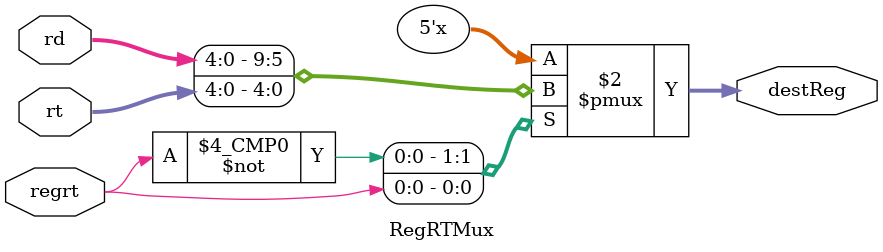
<source format=v>
`timescale 1ns / 1ps

module RegRTMux(rd, rt, regrt, destReg);
    input[4:0] rd, rt;
    input regrt;
    output[4:0] destReg;
    reg[4:0] destReg;
    
    always @(*) begin
        case(regrt)
            1'b0:
                begin
                   destReg = rd; 
                end
            1'b1:
                begin
                    destReg = rt;
                end
        endcase
    end
endmodule

</source>
